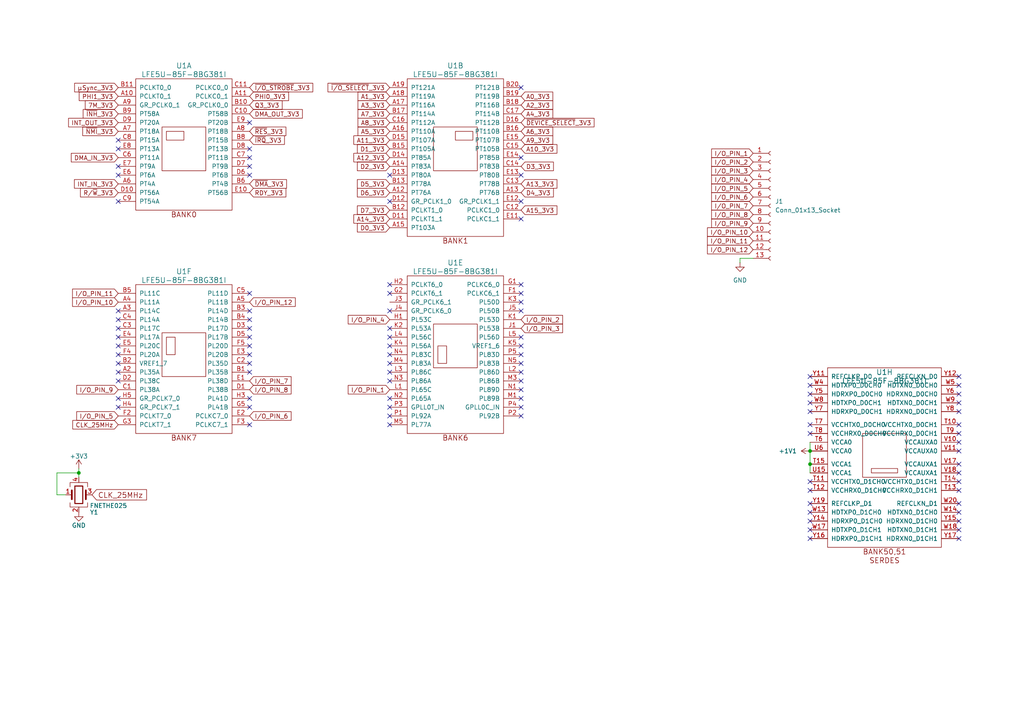
<source format=kicad_sch>
(kicad_sch (version 20250114) (generator "eeschema") (generator_version "9.0")
  (paper "A4")
  (title_block (title "Byte Hamr - Apple II FPGA Peripheral Card") (date "2025-11-30") (rev "1.0.0"))
  (lib_symbols
    (symbol "Connector:Conn_01x13_Socket" (pin_names (offset 1.016) (hide yes))
      (property "Reference" "J" (at 0 17.78 0))
      (property "Value" "Conn_01x13_Socket" (at 0 -17.78 0))
      (symbol "Conn_01x13_Socket_1_1"
        (pin passive line (at -5.08 15.24 0) (length 3.81) (name "Pin_1") (number "1"))
        (pin passive line (at -5.08 12.7 0) (length 3.81) (name "Pin_2") (number "2"))
        (pin passive line (at -5.08 10.16 0) (length 3.81) (name "Pin_3") (number "3"))
        (pin passive line (at -5.08 7.62 0) (length 3.81) (name "Pin_4") (number "4"))
        (pin passive line (at -5.08 5.08 0) (length 3.81) (name "Pin_5") (number "5"))
        (pin passive line (at -5.08 2.54 0) (length 3.81) (name "Pin_6") (number "6"))
        (pin passive line (at -5.08 0 0) (length 3.81) (name "Pin_7") (number "7"))
        (pin passive line (at -5.08 -2.54 0) (length 3.81) (name "Pin_8") (number "8"))
        (pin passive line (at -5.08 -5.08 0) (length 3.81) (name "Pin_9") (number "9"))
        (pin passive line (at -5.08 -7.62 0) (length 3.81) (name "Pin_10") (number "10"))
        (pin passive line (at -5.08 -10.16 0) (length 3.81) (name "Pin_11") (number "11"))
        (pin passive line (at -5.08 -12.7 0) (length 3.81) (name "Pin_12") (number "12"))
        (pin passive line (at -5.08 -15.24 0) (length 3.81) (name "Pin_13") (number "13"))
      )
    )
    (symbol "Device:Crystal_GND24" (pin_names (offset 1.016) (hide yes))
      (property "Reference" "Y" (at 3.175 5.08 0))
      (property "Value" "Crystal_GND24" (at 3.175 3.175 0))
      (symbol "Crystal_GND24_1_1"
        (pin passive line (at -3.81 0 0) (length 1.27) (name "1") (number "1"))
        (pin passive line (at 0 5.08 270) (length 1.27) (name "2") (number "2"))
        (pin passive line (at 0 -5.08 90) (length 1.27) (name "4") (number "4"))
        (pin passive line (at 3.81 0 180) (length 1.27) (name "3") (number "3"))
      )
    )
    (symbol "lfe5bg381:LFE5UM-85F-6BG381C" (pin_names (offset 1.016))
      (property "Reference" "U" (at 0 24.13 0))
      (property "Value" "LFE5UM-85F-6BG381C" (at 0 21.59 0))
      (symbol "LFE5UM-85F-6BG381C_1_1"
        (text "BANK0" (at 0 -19.05 0) (effects (font (size 1.524 1.524))))
        (pin input line (at -19.05 17.78 0) (length 5.08) (name "PCLKT0_0") (number "B11"))
        (pin input line (at -19.05 15.24 0) (length 5.08) (name "PCLKT0_1") (number "A10"))
        (pin input line (at -19.05 12.7 0) (length 5.08) (name "GR_PCLK0_1") (number "A9"))
        (pin input line (at -19.05 10.16 0) (length 5.08) (name "PT58A") (number "B9"))
        (pin input line (at -19.05 7.62 0) (length 5.08) (name "PT20A") (number "D9"))
        (pin input line (at -19.05 5.08 0) (length 5.08) (name "PT18A") (number "A7"))
        (pin input line (at -19.05 2.54 0) (length 5.08) (name "PT15A") (number "C8"))
        (pin input line (at -19.05 0 0) (length 5.08) (name "PT13A") (number "E8"))
        (pin input line (at -19.05 -2.54 0) (length 5.08) (name "PT11A") (number "C6"))
        (pin input line (at -19.05 -5.08 0) (length 5.08) (name "PT9A") (number "E7"))
        (pin input line (at -19.05 -7.62 0) (length 5.08) (name "PT6A") (number "E6"))
        (pin input line (at -19.05 -10.16 0) (length 5.08) (name "PT4A") (number "A6"))
        (pin input line (at -19.05 -12.7 0) (length 5.08) (name "PT56A") (number "D10"))
        (pin input line (at -19.05 -15.24 0) (length 5.08) (name "PT54A") (number "C9"))
        (pin input line (at 19.05 17.78 180) (length 5.08) (name "PCLKC0_0") (number "C11"))
        (pin input line (at 19.05 15.24 180) (length 5.08) (name "PCLKC0_1") (number "A11"))
        (pin input line (at 19.05 12.7 180) (length 5.08) (name "GR_PCLK0_0") (number "B10"))
        (pin input line (at 19.05 10.16 180) (length 5.08) (name "PT58B") (number "C10"))
        (pin input line (at 19.05 7.62 180) (length 5.08) (name "PT20B") (number "E9"))
        (pin input line (at 19.05 5.08 180) (length 5.08) (name "PT18B") (number "A8"))
        (pin input line (at 19.05 2.54 180) (length 5.08) (name "PT15B") (number "B8"))
        (pin input line (at 19.05 0 180) (length 5.08) (name "PT13B") (number "D8"))
        (pin input line (at 19.05 -2.54 180) (length 5.08) (name "PT11B") (number "C7"))
        (pin input line (at 19.05 -5.08 180) (length 5.08) (name "PT9B") (number "D7"))
        (pin input line (at 19.05 -7.62 180) (length 5.08) (name "PT6B") (number "D6"))
        (pin input line (at 19.05 -10.16 180) (length 5.08) (name "PT4B") (number "B6"))
        (pin input line (at 19.05 -12.7 180) (length 5.08) (name "PT56B") (number "E10"))
      )
      (symbol "LFE5UM-85F-6BG381C_2_0"
        (text "BANK1" (at 0 -26.67 0) (effects (font (size 1.524 1.524))))
      )
      (symbol "LFE5UM-85F-6BG381C_2_1"
        (pin input line (at -19.05 17.78 0) (length 5.08) (name "PT121A") (number "A19"))
        (pin input line (at -19.05 15.24 0) (length 5.08) (name "PT119A") (number "A18"))
        (pin input line (at -19.05 12.7 0) (length 5.08) (name "PT116A") (number "A17"))
        (pin input line (at -19.05 10.16 0) (length 5.08) (name "PT114A") (number "B17"))
        (pin input line (at -19.05 7.62 0) (length 5.08) (name "PT112A") (number "C16"))
        (pin input line (at -19.05 5.08 0) (length 5.08) (name "PT110A") (number "A16"))
        (pin input line (at -19.05 2.54 0) (length 5.08) (name "PT107A") (number "D15"))
        (pin input line (at -19.05 0 0) (length 5.08) (name "PT105A") (number "B15"))
        (pin input line (at -19.05 -2.54 0) (length 5.08) (name "PT85A") (number "D14"))
        (pin input line (at -19.05 -5.08 0) (length 5.08) (name "PT83A") (number "A14"))
        (pin input line (at -19.05 -7.62 0) (length 5.08) (name "PT80A") (number "D13"))
        (pin input line (at -19.05 -10.16 0) (length 5.08) (name "PT78A") (number "B13"))
        (pin input line (at -19.05 -12.7 0) (length 5.08) (name "PT76A") (number "A12"))
        (pin input line (at -19.05 -15.24 0) (length 5.08) (name "GR_PCLK1_0") (number "D12"))
        (pin input line (at -19.05 -17.78 0) (length 5.08) (name "PCLKT1_0") (number "B12"))
        (pin input line (at -19.05 -20.32 0) (length 5.08) (name "PCLKT1_1") (number "D11"))
        (pin input line (at -19.05 -22.86 0) (length 5.08) (name "PT103A") (number "A15"))
        (pin input line (at 19.05 17.78 180) (length 5.08) (name "PT121B") (number "B20"))
        (pin input line (at 19.05 15.24 180) (length 5.08) (name "PT119B") (number "B19"))
        (pin input line (at 19.05 12.7 180) (length 5.08) (name "PT116B") (number "B18"))
        (pin input line (at 19.05 10.16 180) (length 5.08) (name "PT114B") (number "C17"))
        (pin input line (at 19.05 7.62 180) (length 5.08) (name "PT112B") (number "D16"))
        (pin input line (at 19.05 5.08 180) (length 5.08) (name "PT110B") (number "B16"))
        (pin input line (at 19.05 2.54 180) (length 5.08) (name "PT107B") (number "E15"))
        (pin input line (at 19.05 0 180) (length 5.08) (name "PT105B") (number "C15"))
        (pin input line (at 19.05 -2.54 180) (length 5.08) (name "PT85B") (number "E14"))
        (pin input line (at 19.05 -5.08 180) (length 5.08) (name "PT83B") (number "C14"))
        (pin input line (at 19.05 -7.62 180) (length 5.08) (name "PT80B") (number "E13"))
        (pin input line (at 19.05 -10.16 180) (length 5.08) (name "PT78B") (number "C13"))
        (pin input line (at 19.05 -12.7 180) (length 5.08) (name "PT76B") (number "A13"))
        (pin input line (at 19.05 -15.24 180) (length 5.08) (name "GR_PCLK1_1") (number "E12"))
        (pin input line (at 19.05 -17.78 180) (length 5.08) (name "PCLKC1_0") (number "C12"))
        (pin input line (at 19.05 -20.32 180) (length 5.08) (name "PCLKC1_1") (number "E11"))
      )
      (symbol "LFE5UM-85F-6BG381C_3_0"
        (text "BANK2" (at 0 -26.67 0) (effects (font (size 1.524 1.524))))
      )
      (symbol "LFE5UM-85F-6BG381C_3_1"
        (pin input line (at -19.05 17.78 0) (length 5.08) (name "PCLKT2_0") (number "J20"))
        (pin input line (at -19.05 15.24 0) (length 5.08) (name "PCLKT2_1") (number "J19"))
        (pin input line (at -19.05 12.7 0) (length 5.08) (name "GR_PCLK2_0") (number "J18"))
        (pin input line (at -19.05 10.16 0) (length 5.08) (name "GR_PCLK2_1") (number "G19"))
        (pin input line (at -19.05 7.62 0) (length 5.08) (name "PR38C") (number "F20"))
        (pin input line (at -19.05 5.08 0) (length 5.08) (name "PR38A") (number "E20"))
        (pin input line (at -19.05 2.54 0) (length 5.08) (name "VREF1_2") (number "D20"))
        (pin input line (at -19.05 0 0) (length 5.08) (name "PR35A") (number "C20"))
        (pin input line (at -19.05 -2.54 0) (length 5.08) (name "PR20C") (number "J17"))
        (pin input line (at -19.05 -5.08 0) (length 5.08) (name "PR20A") (number "H18"))
        (pin input line (at -19.05 -7.62 0) (length 5.08) (name "PR17C") (number "G16"))
        (pin input line (at -19.05 -10.16 0) (length 5.08) (name "PR17A") (number "F17"))
        (pin input line (at -19.05 -12.7 0) (length 5.08) (name "PR14C") (number "E18"))
        (pin input line (at -19.05 -15.24 0) (length 5.08) (name "PR14A") (number "D18"))
        (pin input line (at -19.05 -17.78 0) (length 5.08) (name "PR11C") (number "E16"))
        (pin input line (at -19.05 -20.32 0) (length 5.08) (name "PR11A") (number "C18"))
        (pin input line (at -19.05 -22.86 0) (length 5.08) (name "PR29A") (number "K16"))
        (pin input line (at 19.05 17.78 180) (length 5.08) (name "PCLKC2_0") (number "K20"))
        (pin input line (at 19.05 15.24 180) (length 5.08) (name "PCLKC2_1") (number "K19"))
        (pin input line (at 19.05 12.7 180) (length 5.08) (name "PR41D") (number "K18"))
        (pin input line (at 19.05 10.16 180) (length 5.08) (name "PR41B") (number "H20"))
        (pin input line (at 19.05 7.62 180) (length 5.08) (name "PR38D") (number "G20"))
        (pin input line (at 19.05 5.08 180) (length 5.08) (name "PR38B") (number "F19"))
        (pin input line (at 19.05 2.54 180) (length 5.08) (name "PR35D") (number "E19"))
        (pin input line (at 19.05 0 180) (length 5.08) (name "PR35B") (number "D19"))
        (pin input line (at 19.05 -2.54 180) (length 5.08) (name "PR20D") (number "J16"))
        (pin input line (at 19.05 -5.08 180) (length 5.08) (name "PR20B") (number "H17"))
        (pin input line (at 19.05 -7.62 180) (length 5.08) (name "PR17D") (number "H16"))
        (pin input line (at 19.05 -10.16 180) (length 5.08) (name "PR17B") (number "G18"))
        (pin input line (at 19.05 -12.7 180) (length 5.08) (name "PR14D") (number "F18"))
        (pin input line (at 19.05 -15.24 180) (length 5.08) (name "PR14B") (number "E17"))
        (pin input line (at 19.05 -17.78 180) (length 5.08) (name "PR11D") (number "F16"))
        (pin input line (at 19.05 -20.32 180) (length 5.08) (name "PR11B") (number "D17"))
        (pin input line (at 19.05 -22.86 180) (length 5.08) (name "PR29B") (number "K17"))
      )
      (symbol "LFE5UM-85F-6BG381C_4_0"
        (text "BANK3" (at 0 -26.67 0) (effects (font (size 1.524 1.524))))
      )
      (symbol "LFE5UM-85F-6BG381C_4_1"
        (pin input line (at -19.05 17.78 0) (length 5.08) (name "GPLL0T_IN") (number "U16"))
        (pin input line (at -19.05 15.24 0) (length 5.08) (name "PR92A") (number "U18"))
        (pin input line (at -19.05 12.7 0) (length 5.08) (name "PR89C") (number "U19"))
        (pin input line (at -19.05 10.16 0) (length 5.08) (name "PR89A") (number "T19"))
        (pin input line (at -19.05 7.62 0) (length 5.08) (name "PR86C") (number "T20"))
        (pin input line (at -19.05 5.08 0) (length 5.08) (name "PR86A") (number "P20"))
        (pin input line (at -19.05 2.54 0) (length 5.08) (name "PR83C") (number "P19"))
        (pin input line (at -19.05 0 0) (length 5.08) (name "PR83A") (number "N19"))
        (pin input line (at -19.05 -2.54 0) (length 5.08) (name "PR56C") (number "R16"))
        (pin input line (at -19.05 -5.08 0) (length 5.08) (name "PR56A") (number "N17"))
        (pin input line (at -19.05 -7.62 0) (length 5.08) (name "PR53C") (number "N18"))
        (pin input line (at -19.05 -10.16 0) (length 5.08) (name "PR53A") (number "N16"))
        (pin input line (at -19.05 -12.7 0) (length 5.08) (name "GR_PCLK3_1") (number "L18"))
        (pin input line (at -19.05 -15.24 0) (length 5.08) (name "GR_PCLK3_0") (number "L16"))
        (pin input line (at -19.05 -17.78 0) (length 5.08) (name "PCLKT3_0") (number "L19"))
        (pin input line (at -19.05 -20.32 0) (length 5.08) (name "PCLKT3_1") (number "L20"))
        (pin input line (at -19.05 -22.86 0) (length 5.08) (name "PR77A") (number "T16"))
        (pin input line (at 19.05 17.78 180) (length 5.08) (name "GPLL0C_IN") (number "T17"))
        (pin input line (at 19.05 15.24 180) (length 5.08) (name "PR92B") (number "U17"))
        (pin input line (at 19.05 12.7 180) (length 5.08) (name "PR89D") (number "T18"))
        (pin input line (at 19.05 10.16 180) (length 5.08) (name "PR89B") (number "R18"))
        (pin input line (at 19.05 7.62 180) (length 5.08) (name "PR86D") (number "U20"))
        (pin input line (at 19.05 5.08 180) (length 5.08) (name "PR86B") (number "R20"))
        (pin input line (at 19.05 2.54 180) (length 5.08) (name "PR83D") (number "P18"))
        (pin input line (at 19.05 0 180) (length 5.08) (name "PR83B") (number "N20"))
        (pin input line (at 19.05 -2.54 180) (length 5.08) (name "PR56D") (number "R17"))
        (pin input line (at 19.05 -5.08 180) (length 5.08) (name "VREF1_3") (number "P16"))
        (pin input line (at 19.05 -7.62 180) (length 5.08) (name "PR53D") (number "P17"))
        (pin input line (at 19.05 -10.16 180) (length 5.08) (name "PR53B") (number "M17"))
        (pin input line (at 19.05 -12.7 180) (length 5.08) (name "PR50D") (number "M18"))
        (pin input line (at 19.05 -15.24 180) (length 5.08) (name "PR50B") (number "L17"))
        (pin input line (at 19.05 -17.78 180) (length 5.08) (name "PCLKC3_0") (number "M19"))
        (pin input line (at 19.05 -20.32 180) (length 5.08) (name "PCLKC3_1") (number "M20"))
      )
      (symbol "LFE5UM-85F-6BG381C_5_0"
        (text "BANK6" (at 0 -26.67 0) (effects (font (size 1.524 1.524))))
      )
      (symbol "LFE5UM-85F-6BG381C_5_1"
        (pin input line (at -19.05 17.78 0) (length 5.08) (name "PCLKT6_0") (number "H2"))
        (pin input line (at -19.05 15.24 0) (length 5.08) (name "PCLKT6_1") (number "G2"))
        (pin input line (at -19.05 12.7 0) (length 5.08) (name "GR_PCLK6_1") (number "J3"))
        (pin input line (at -19.05 10.16 0) (length 5.08) (name "GR_PCLK6_0") (number "J4"))
        (pin input line (at -19.05 7.62 0) (length 5.08) (name "PL53C") (number "H1"))
        (pin input line (at -19.05 5.08 0) (length 5.08) (name "PL53A") (number "K2"))
        (pin input line (at -19.05 2.54 0) (length 5.08) (name "PL56C") (number "L4"))
        (pin input line (at -19.05 0 0) (length 5.08) (name "PL56A") (number "K4"))
        (pin input line (at -19.05 -2.54 0) (length 5.08) (name "PL83C") (number "N4"))
        (pin input line (at -19.05 -5.08 0) (length 5.08) (name "PL83A") (number "M4"))
        (pin input line (at -19.05 -7.62 0) (length 5.08) (name "PL86C") (number "L3"))
        (pin input line (at -19.05 -10.16 0) (length 5.08) (name "PL86A") (number "N3"))
        (pin input line (at -19.05 -12.7 0) (length 5.08) (name "PL65C") (number "L1"))
        (pin input line (at -19.05 -15.24 0) (length 5.08) (name "PL65A") (number "N2"))
        (pin input line (at -19.05 -17.78 0) (length 5.08) (name "GPLL0T_IN") (number "P3"))
        (pin input line (at -19.05 -20.32 0) (length 5.08) (name "PL92A") (number "P1"))
        (pin input line (at -19.05 -22.86 0) (length 5.08) (name "PL77A") (number "M5"))
        (pin input line (at 19.05 17.78 180) (length 5.08) (name "PCLKC6_0") (number "G1"))
        (pin input line (at 19.05 15.24 180) (length 5.08) (name "PCLKC6_1") (number "F1"))
        (pin input line (at 19.05 12.7 180) (length 5.08) (name "PL50D") (number "K3"))
        (pin input line (at 19.05 10.16 180) (length 5.08) (name "PL50B") (number "J5"))
        (pin input line (at 19.05 7.62 180) (length 5.08) (name "PL53D") (number "K1"))
        (pin input line (at 19.05 5.08 180) (length 5.08) (name "PL53B") (number "J1"))
        (pin input line (at 19.05 2.54 180) (length 5.08) (name "PL56D") (number "L5"))
        (pin input line (at 19.05 0 180) (length 5.08) (name "VREF1_6") (number "K5"))
        (pin input line (at 19.05 -2.54 180) (length 5.08) (name "PL83D") (number "P5"))
        (pin input line (at 19.05 -5.08 180) (length 5.08) (name "PL83B") (number "N5"))
        (pin input line (at 19.05 -7.62 180) (length 5.08) (name "PL86D") (number "L2"))
        (pin input line (at 19.05 -10.16 180) (length 5.08) (name "PL86B") (number "M3"))
        (pin input line (at 19.05 -12.7 180) (length 5.08) (name "PL89D") (number "N1"))
        (pin input line (at 19.05 -15.24 180) (length 5.08) (name "PL89B") (number "M1"))
        (pin input line (at 19.05 -17.78 180) (length 5.08) (name "GPLL0C_IN") (number "P4"))
        (pin input line (at 19.05 -20.32 180) (length 5.08) (name "PL92B") (number "P2"))
      )
      (symbol "LFE5UM-85F-6BG381C_6_0"
        (text "BANK7" (at 0 -24.13 0) (effects (font (size 1.524 1.524))))
      )
      (symbol "LFE5UM-85F-6BG381C_6_1"
        (pin input line (at -19.05 17.78 0) (length 5.08) (name "PL11C") (number "B5"))
        (pin input line (at -19.05 15.24 0) (length 5.08) (name "PL11A") (number "A4"))
        (pin input line (at -19.05 12.7 0) (length 5.08) (name "PL14C") (number "A3"))
        (pin input line (at -19.05 10.16 0) (length 5.08) (name "PL14A") (number "C4"))
        (pin input line (at -19.05 7.62 0) (length 5.08) (name "PL17C") (number "C3"))
        (pin input line (at -19.05 5.08 0) (length 5.08) (name "PL17A") (number "E4"))
        (pin input line (at -19.05 2.54 0) (length 5.08) (name "PL20C") (number "E5"))
        (pin input line (at -19.05 0 0) (length 5.08) (name "PL20A") (number "F4"))
        (pin input line (at -19.05 -2.54 0) (length 5.08) (name "VREF1_7") (number "B2"))
        (pin input line (at -19.05 -5.08 0) (length 5.08) (name "PL35A") (number "A2"))
        (pin input line (at -19.05 -7.62 0) (length 5.08) (name "PL38C") (number "D2"))
        (pin input line (at -19.05 -10.16 0) (length 5.08) (name "PL38A") (number "C1"))
        (pin input line (at -19.05 -12.7 0) (length 5.08) (name "GR_PCLK7_0") (number "H5"))
        (pin input line (at -19.05 -15.24 0) (length 5.08) (name "GR_PCLK7_1") (number "H4"))
        (pin input line (at -19.05 -17.78 0) (length 5.08) (name "PCLKT7_0") (number "F2"))
        (pin input line (at -19.05 -20.32 0) (length 5.08) (name "PCLKT7_1") (number "G3"))
        (pin input line (at 19.05 17.78 180) (length 5.08) (name "PL11D") (number "C5"))
        (pin input line (at 19.05 15.24 180) (length 5.08) (name "PL11B") (number "A5"))
        (pin input line (at 19.05 12.7 180) (length 5.08) (name "PL14D") (number "B3"))
        (pin input line (at 19.05 10.16 180) (length 5.08) (name "PL14B") (number "B4"))
        (pin input line (at 19.05 7.62 180) (length 5.08) (name "PL17D") (number "D3"))
        (pin input line (at 19.05 5.08 180) (length 5.08) (name "PL17B") (number "D5"))
        (pin input line (at 19.05 2.54 180) (length 5.08) (name "PL20D") (number "F5"))
        (pin input line (at 19.05 0 180) (length 5.08) (name "PL20B") (number "E3"))
        (pin input line (at 19.05 -2.54 180) (length 5.08) (name "PL35D") (number "C2"))
        (pin input line (at 19.05 -5.08 180) (length 5.08) (name "PL35B") (number "B1"))
        (pin input line (at 19.05 -7.62 180) (length 5.08) (name "PL38D") (number "E1"))
        (pin input line (at 19.05 -10.16 180) (length 5.08) (name "PL38B") (number "D1"))
        (pin input line (at 19.05 -12.7 180) (length 5.08) (name "PL41D") (number "H3"))
        (pin input line (at 19.05 -15.24 180) (length 5.08) (name "PL41B") (number "G5"))
        (pin input line (at 19.05 -17.78 180) (length 5.08) (name "PCLKC7_0") (number "E2"))
        (pin input line (at 19.05 -20.32 180) (length 5.08) (name "PCLKC7_1") (number "F3"))
      )
      (symbol "LFE5UM-85F-6BG381C_7_0"
        (text "BANK8" (at 0 -24.13 0) (effects (font (size 1.524 1.524))))
      )
      (symbol "LFE5UM-85F-6BG381C_7_1"
        (pin input line (at -19.05 17.78 0) (length 5.08) (name "D7") (number "R1"))
        (pin input line (at -19.05 15.24 0) (length 5.08) (name "D5/MISO2") (number "U1"))
        (pin input line (at -19.05 12.7 0) (length 5.08) (name "D3/HOLDn") (number "W1"))
        (pin input line (at -19.05 10.16 0) (length 5.08) (name "D1/MISO") (number "V2"))
        (pin input line (at -19.05 7.62 0) (length 5.08) (name "SN/CSn") (number "T2"))
        (pin input line (at -19.05 5.08 0) (length 5.08) (name "CSSPIN") (number "R2"))
        (pin input line (at -19.05 2.54 0) (length 5.08) (name "INITn") (number "V3"))
        (pin input line (at -19.05 0 0) (length 5.08) (name "PROGRAMn") (number "W3"))
        (pin input line (at -19.05 -2.54 0) (length 5.08) (name "WRITEn") (number "T3"))
        (pin input line (at -19.05 -5.08 0) (length 5.08) (name "CCLK") (number "U3"))
        (pin input line (at -19.05 -7.62 0) (length 5.08) (name "DONE") (number "Y3"))
        (pin input line (at -19.05 -10.16 0) (length 5.08) (name "CFG_2") (number "R4"))
        (pin input line (at -19.05 -12.7 0) (length 5.08) (name "CFG_1") (number "T4"))
        (pin input line (at -19.05 -15.24 0) (length 5.08) (name "CFG_0") (number "U4"))
        (pin input line (at 19.05 17.78 180) (length 5.08) (name "D6") (number "T1"))
        (pin input line (at 19.05 15.24 180) (length 5.08) (name "D4/MOSI2") (number "V1"))
        (pin input line (at 19.05 12.7 180) (length 5.08) (name "D2/WPn") (number "Y2"))
        (pin input line (at 19.05 10.16 180) (length 5.08) (name "D0/MOSI") (number "W2"))
        (pin input line (at 19.05 7.62 180) (length 5.08) (name "CS1n") (number "U2"))
        (pin input line (at 19.05 5.08 180) (length 5.08) (name "DOUT/CSOn") (number "R3"))
      )
      (symbol "LFE5UM-85F-6BG381C_8_0"
        (text "BANK50,51" (at 0 -27.94 0) (effects (font (size 1.524 1.524))))
        (text "SERDES" (at 0 -30.48 0) (effects (font (size 1.524 1.524))))
      )
      (symbol "LFE5UM-85F-6BG381C_8_1"
        (pin input line (at -21.59 22.86 0) (length 5.08) (name "REFCLKP_D0") (number "Y11"))
        (pin input line (at -21.59 20.32 0) (length 5.08) (name "HDTXP0_D0CH0") (number "W4"))
        (pin input line (at -21.59 17.78 0) (length 5.08) (name "HDRXP0_D0CH0") (number "Y5"))
        (pin input line (at -21.59 15.24 0) (length 5.08) (name "HDTXP0_D0CH1") (number "W8"))
        (pin input line (at -21.59 12.7 0) (length 5.08) (name "HDRXP0_D0CH1") (number "Y7"))
        (pin input line (at -21.59 8.89 0) (length 5.08) (name "VCCHTX0_D0CH0") (number "T7"))
        (pin input line (at -21.59 6.35 0) (length 5.08) (name "VCCHRX0_D0CH0") (number "T8"))
        (pin input line (at -21.59 3.81 0) (length 5.08) (name "VCCA0") (number "T6"))
        (pin input line (at -21.59 1.27 0) (length 5.08) (name "VCCA0") (number "U6"))
        (pin input line (at -21.59 -2.54 0) (length 5.08) (name "VCCA1") (number "T15"))
        (pin input line (at -21.59 -5.08 0) (length 5.08) (name "VCCA1") (number "U15"))
        (pin input line (at -21.59 -7.62 0) (length 5.08) (name "VCCHTX0_D1CH0") (number "T11"))
        (pin input line (at -21.59 -10.16 0) (length 5.08) (name "VCCHRX0_D1CH0") (number "T12"))
        (pin input line (at -21.59 -13.97 0) (length 5.08) (name "REFCLKP_D1") (number "Y19"))
        (pin input line (at -21.59 -16.51 0) (length 5.08) (name "HDTXP0_D1CH0") (number "W13"))
        (pin input line (at -21.59 -19.05 0) (length 5.08) (name "HDRXP0_D1CH0") (number "Y14"))
        (pin input line (at -21.59 -21.59 0) (length 5.08) (name "HDTXP0_D1CH1") (number "W17"))
        (pin input line (at -21.59 -24.13 0) (length 5.08) (name "HDRXP0_D1CH1") (number "Y16"))
        (pin input line (at 21.59 22.86 180) (length 5.08) (name "REFCLKN_D0") (number "Y12"))
        (pin input line (at 21.59 20.32 180) (length 5.08) (name "HDTXN0_D0CH0") (number "W5"))
        (pin input line (at 21.59 17.78 180) (length 5.08) (name "HDRXN0_D0CH0") (number "Y6"))
        (pin input line (at 21.59 15.24 180) (length 5.08) (name "HDTXN0_D0CH1") (number "W9"))
        (pin input line (at 21.59 12.7 180) (length 5.08) (name "HDRXN0_D0CH1") (number "Y8"))
        (pin input line (at 21.59 8.89 180) (length 5.08) (name "VCCHTX0_D0CH1") (number "T10"))
        (pin input line (at 21.59 6.35 180) (length 5.08) (name "VCCHRX0_D0CH1") (number "T9"))
        (pin input line (at 21.59 3.81 180) (length 5.08) (name "VCCAUXA0") (number "V10"))
        (pin input line (at 21.59 1.27 180) (length 5.08) (name "VCCAUXA0") (number "V11"))
        (pin input line (at 21.59 -2.54 180) (length 5.08) (name "VCCAUXA1") (number "V17"))
        (pin input line (at 21.59 -5.08 180) (length 5.08) (name "VCCAUXA1") (number "V18"))
        (pin input line (at 21.59 -7.62 180) (length 5.08) (name "VCCHTX0_D1CH1") (number "T14"))
        (pin input line (at 21.59 -10.16 180) (length 5.08) (name "VCCHRX0_D1CH1") (number "T13"))
        (pin input line (at 21.59 -13.97 180) (length 5.08) (name "REFCLKN_D1") (number "W20"))
        (pin input line (at 21.59 -16.51 180) (length 5.08) (name "HDTXN0_D1CH0") (number "W14"))
        (pin input line (at 21.59 -19.05 180) (length 5.08) (name "HDRXN0_D1CH0") (number "Y15"))
        (pin input line (at 21.59 -21.59 180) (length 5.08) (name "HDTXN0_D1CH1") (number "W18"))
        (pin input line (at 21.59 -24.13 180) (length 5.08) (name "HDRXN0_D1CH1") (number "Y17"))
      )
      (symbol "LFE5UM-85F-6BG381C_9_1"
        (text "POWER" (at 0 3.81 0) (effects (font (size 1.524 1.524))))
        (pin input line (at -106.68 16.51 270) (length 5.08) (name "VCC") (number "H13"))
        (pin input line (at -104.14 16.51 270) (length 5.08) (name "VCC") (number "J13"))
        (pin input line (at -101.6 16.51 270) (length 5.08) (name "VCC") (number "K13"))
        (pin input line (at -99.06 16.51 270) (length 5.08) (name "VCC") (number "L13"))
        (pin input line (at -97.79 -17.78 90) (length 5.08) (name "GND") (number "C19"))
        (pin input line (at -96.52 16.51 270) (length 5.08) (name "VCC") (number "M13"))
        (pin input line (at -95.25 -17.78 90) (length 5.08) (name "GND") (number "H19"))
        (pin input line (at -93.98 16.51 270) (length 5.08) (name "VCC") (number "N13"))
        (pin input line (at -92.71 -17.78 90) (length 5.08) (name "GND") (number "R19"))
        (pin input line (at -91.44 16.51 270) (length 5.08) (name "VCC") (number "H12"))
        (pin input line (at -90.17 -17.78 90) (length 5.08) (name "GND") (number "G17"))
        (pin input line (at -88.9 16.51 270) (length 5.08) (name "VCC") (number "N12"))
        (pin input line (at -87.63 -17.78 90) (length 5.08) (name "GND") (number "M16"))
        (pin input line (at -86.36 16.51 270) (length 5.08) (name "VCC") (number "H11"))
        (pin input line (at -85.09 -17.78 90) (length 5.08) (name "GND") (number "G15"))
        (pin input line (at -83.82 16.51 270) (length 5.08) (name "VCC") (number "N11"))
        (pin input line (at -82.55 -17.78 90) (length 5.08) (name "GND") (number "K15"))
        (pin input line (at -81.28 16.51 270) (length 5.08) (name "VCC") (number "H10"))
        (pin input line (at -80.01 -17.78 90) (length 5.08) (name "GND") (number "N15"))
        (pin input line (at -78.74 16.51 270) (length 5.08) (name "VCC") (number "N10"))
        (pin input line (at -77.47 -17.78 90) (length 5.08) (name "GND") (number "B14"))
        (pin input line (at -76.2 16.51 270) (length 5.08) (name "VCC") (number "H9"))
        (pin input line (at -74.93 -17.78 90) (length 5.08) (name "GND") (number "F14"))
        (pin input line (at -73.66 16.51 270) (length 5.08) (name "VCC") (number "N9"))
        (pin input line (at -72.39 -17.78 90) (length 5.08) (name "GND") (number "G14"))
        (pin input line (at -71.12 16.51 270) (length 5.08) (name "VCC") (number "H8"))
        (pin input line (at -69.85 -17.78 90) (length 5.08) (name "GND") (number "J14"))
        (pin input line (at -68.58 16.51 270) (length 5.08) (name "VCC") (number "J8"))
        (pin input line (at -67.31 -17.78 90) (length 5.08) (name "GND") (number "K14"))
        (pin input line (at -66.04 16.51 270) (length 5.08) (name "VCC") (number "K8"))
        (pin input line (at -64.77 -17.78 90) (length 5.08) (name "GND") (number "M14"))
        (pin input line (at -63.5 16.51 270) (length 5.08) (name "VCC") (number "L8"))
        (pin input line (at -62.23 -17.78 90) (length 5.08) (name "GND") (number "N14"))
        (pin input line (at -60.96 16.51 270) (length 5.08) (name "VCC") (number "M8"))
        (pin input line (at -59.69 -17.78 90) (length 5.08) (name "GND") (number "P14"))
        (pin input line (at -58.42 16.51 270) (length 5.08) (name "VCC") (number "N8"))
        (pin input line (at -57.15 -17.78 90) (length 5.08) (name "GND") (number "F13"))
        (pin input line (at -54.61 -17.78 90) (length 5.08) (name "GND") (number "G13"))
        (pin input line (at -53.34 16.51 270) (length 5.08) (name "VCCAUX") (number "F15"))
        (pin input line (at -52.07 -17.78 90) (length 5.08) (name "GND") (number "P13"))
        (pin input line (at -50.8 16.51 270) (length 5.08) (name "VCCAUX") (number "P15"))
        (pin input line (at -49.53 -17.78 90) (length 5.08) (name "GND") (number "G12"))
        (pin input line (at -48.26 16.51 270) (length 5.08) (name "VCCAUX") (number "F6"))
        (pin input line (at -46.99 -17.78 90) (length 5.08) (name "GND") (number "J12"))
        (pin input line (at -45.72 16.51 270) (length 5.08) (name "VCCAUX") (number "P6"))
        (pin input line (at -44.45 -17.78 90) (length 5.08) (name "GND") (number "K12"))
        (pin input line (at -41.91 -17.78 90) (length 5.08) (name "GND") (number "L12"))
        (pin input line (at -40.64 16.51 270) (length 5.08) (name "VCCio0") (number "F10"))
        (pin input line (at -39.37 -17.78 90) (length 5.08) (name "GND") (number "M12"))
        (pin input line (at -38.1 16.51 270) (length 5.08) (name "VCCio0") (number "F9"))
        (pin input line (at -36.83 -17.78 90) (length 5.08) (name "GND") (number "P12"))
        (pin input line (at -34.29 -17.78 90) (length 5.08) (name "GND") (number "G11"))
        (pin input line (at -33.02 16.51 270) (length 5.08) (name "VCCio1") (number "F12"))
        (pin input line (at -31.75 -17.78 90) (length 5.08) (name "GND") (number "J11"))
        (pin input line (at -30.48 16.51 270) (length 5.08) (name "VCCio1") (number "F11"))
        (pin input line (at -29.21 -17.78 90) (length 5.08) (name "GND") (number "K11"))
        (pin input line (at -26.67 -17.78 90) (length 5.08) (name "GND") (number "L11"))
        (pin input line (at -25.4 16.51 270) (length 5.08) (name "VCCio2") (number "H15"))
        (pin input line (at -24.13 -17.78 90) (length 5.08) (name "GND") (number "M11"))
        (pin input line (at -22.86 16.51 270) (length 5.08) (name "VCCio2") (number "J15"))
        (pin input line (at -21.59 -17.78 90) (length 5.08) (name "GND") (number "P11"))
        (pin input line (at -20.32 16.51 270) (length 5.08) (name "VCCio2") (number "H14"))
        (pin input line (at -19.05 -17.78 90) (length 5.08) (name "GND") (number "G10"))
        (pin input line (at -16.51 -17.78 90) (length 5.08) (name "GND") (number "J10"))
        (pin input line (at -15.24 16.51 270) (length 5.08) (name "VCCio3") (number "L15"))
        (pin input line (at -13.97 -17.78 90) (length 5.08) (name "GND") (number "K10"))
        (pin input line (at -12.7 16.51 270) (length 5.08) (name "VCCio3") (number "M15"))
        (pin input line (at -11.43 -17.78 90) (length 5.08) (name "GND") (number "L10"))
        (pin input line (at -10.16 16.51 270) (length 5.08) (name "VCCio3") (number "L14"))
        (pin input line (at -8.89 -17.78 90) (length 5.08) (name "GND") (number "M10"))
        (pin input line (at -6.35 -17.78 90) (length 5.08) (name "GND") (number "G9"))
        (pin input line (at -3.81 -17.78 90) (length 5.08) (name "GND") (number "J9"))
        (pin input line (at -1.27 -17.78 90) (length 5.08) (name "GND") (number "K9"))
        (pin input line (at 1.27 -17.78 90) (length 5.08) (name "GND") (number "L9"))
        (pin input line (at 3.81 -17.78 90) (length 5.08) (name "GND") (number "M9"))
        (pin input line (at 6.35 -17.78 90) (length 5.08) (name "GND") (number "F8"))
        (pin input line (at 8.89 -17.78 90) (length 5.08) (name "GND") (number "G8"))
        (pin input line (at 11.43 -17.78 90) (length 5.08) (name "GND") (number "P8"))
        (pin input line (at 13.97 -17.78 90) (length 5.08) (name "GND") (number "B7"))
        (pin input line (at 16.51 16.51 270) (length 5.08) (name "VCCio6") (number "L7"))
        (pin input line (at 16.51 -17.78 90) (length 5.08) (name "GND") (number "F7"))
        (pin input line (at 19.05 16.51 270) (length 5.08) (name "VCCio6") (number "L6"))
        (pin input line (at 19.05 -17.78 90) (length 5.08) (name "GND") (number "G7"))
        (pin input line (at 21.59 16.51 270) (length 5.08) (name "VCCio6") (number "M6"))
        (pin input line (at 21.59 -17.78 90) (length 5.08) (name "GND") (number "J7"))
        (pin input line (at 24.13 -17.78 90) (length 5.08) (name "GND") (number "K7"))
        (pin input line (at 26.67 16.51 270) (length 5.08) (name "VCCio7") (number "H7"))
        (pin input line (at 26.67 -17.78 90) (length 5.08) (name "GND") (number "M7"))
        (pin input line (at 29.21 16.51 270) (length 5.08) (name "VCCio7") (number "H6"))
        (pin input line (at 29.21 -17.78 90) (length 5.08) (name "GND") (number "N7"))
        (pin input line (at 31.75 16.51 270) (length 5.08) (name "VCCio7") (number "J6"))
        (pin input line (at 31.75 -17.78 90) (length 5.08) (name "GND") (number "P7"))
        (pin input line (at 34.29 -17.78 90) (length 5.08) (name "GND") (number "G6"))
        (pin input line (at 36.83 16.51 270) (length 5.08) (name "VCCio8") (number "P10"))
        (pin input line (at 36.83 -17.78 90) (length 5.08) (name "GND") (number "K6"))
        (pin input line (at 39.37 16.51 270) (length 5.08) (name "VCCio8") (number "P9"))
        (pin input line (at 39.37 -17.78 90) (length 5.08) (name "GND") (number "N6"))
        (pin input line (at 41.91 -17.78 90) (length 5.08) (name "GND") (number "D4"))
        (pin input line (at 44.45 -17.78 90) (length 5.08) (name "GND") (number "G4"))
        (pin input line (at 46.99 -17.78 90) (length 5.08) (name "GND") (number "J2"))
        (pin input line (at 49.53 -17.78 90) (length 5.08) (name "GND") (number "M2"))
        (pin input line (at 52.07 -17.78 90) (length 5.08) (name "GND") (number "V7"))
        (pin input line (at 54.61 -17.78 90) (length 5.08) (name "GND") (number "V8"))
        (pin input line (at 57.15 -17.78 90) (length 5.08) (name "GND") (number "V9"))
        (pin input line (at 59.69 -17.78 90) (length 5.08) (name "GND") (number "U7"))
        (pin input line (at 62.23 -17.78 90) (length 5.08) (name "GND") (number "U8"))
        (pin input line (at 64.77 -17.78 90) (length 5.08) (name "GND") (number "U9"))
        (pin input line (at 67.31 -17.78 90) (length 5.08) (name "GND") (number "U10"))
        (pin input line (at 69.85 -17.78 90) (length 5.08) (name "GND") (number "V20"))
        (pin input line (at 72.39 -17.78 90) (length 5.08) (name "GND") (number "V5"))
        (pin input line (at 74.93 -17.78 90) (length 5.08) (name "GND") (number "W6"))
        (pin input line (at 77.47 -17.78 90) (length 5.08) (name "GND") (number "V6"))
        (pin input line (at 80.01 -17.78 90) (length 5.08) (name "GND") (number "W7"))
        (pin input line (at 82.55 -17.78 90) (length 5.08) (name "GND") (number "V15"))
        (pin input line (at 85.09 -17.78 90) (length 5.08) (name "GND") (number "W16"))
        (pin input line (at 87.63 -17.78 90) (length 5.08) (name "GND") (number "V16"))
        (pin input line (at 90.17 -17.78 90) (length 5.08) (name "GND") (number "W19"))
        (pin input line (at 92.71 -17.78 90) (length 5.08) (name "GND") (number "V19"))
        (pin input line (at 95.25 -17.78 90) (length 5.08) (name "GND") (number "V14"))
        (pin input line (at 97.79 -17.78 90) (length 5.08) (name "GND") (number "U14"))
        (pin input line (at 100.33 -17.78 90) (length 5.08) (name "GND") (number "W15"))
        (pin input line (at 102.87 -17.78 90) (length 5.08) (name "GND") (number "U13"))
        (pin input line (at 105.41 -17.78 90) (length 5.08) (name "GND") (number "V13"))
        (pin input line (at 107.95 -17.78 90) (length 5.08) (name "GND") (number "U12"))
        (pin input line (at 110.49 -17.78 90) (length 5.08) (name "GND") (number "V12"))
        (pin input line (at 113.03 -17.78 90) (length 5.08) (name "GND") (number "W12"))
        (pin input line (at 115.57 -17.78 90) (length 5.08) (name "GND") (number "U11"))
      )
      (symbol "LFE5UM-85F-6BG381C_10_0"
        (text "JTAG" (at 0 1.27 0) (effects (font (size 1.524 1.524))))
      )
      (symbol "LFE5UM-85F-6BG381C_10_1"
        (text "PROG" (at 0 -1.27 0) (effects (font (size 1.524 1.524))))
        (pin input line (at -17.78 3.81 0) (length 5.08) (name "TDI") (number "R5"))
        (pin input line (at -17.78 1.27 0) (length 5.08) (name "TDO") (number "V4"))
        (pin input line (at -17.78 -1.27 0) (length 5.08) (name "TCK") (number "T5"))
        (pin input line (at -17.78 -3.81 0) (length 5.08) (name "TMS") (number "U5"))
      )
    )
    (symbol "power:+1V1" (power) (pin_numbers (hide yes)) (pin_names (offset 0) (hide yes))
      (property "Value" "+1V1" (at 0 3.556 0))
      (symbol "+1V1_1_1"
        (pin power_in line (at 0 0 90) (length 0) (name "~") (number "1"))
      )
    )
    (symbol "power:+3V3" (power) (pin_numbers (hide yes)) (pin_names (offset 0) (hide yes))
      (property "Value" "+3V3" (at 0 3.556 0))
      (symbol "+3V3_1_1"
        (pin power_in line (at 0 0 90) (length 0) (name "~") (number "1"))
      )
    )
    (symbol "power:GND" (power) (pin_numbers (hide yes)) (pin_names (offset 0) (hide yes))
      (property "Value" "GND" (at 0 -3.81 0))
      (symbol "GND_1_1"
        (pin power_in line (at 0 0 270) (length 0) (name "~") (number "1"))
      )
    )
  )
  (junction (at 234.95 134.62))
  (junction (at 234.95 130.81))
  (junction (at 22.86 137.16))
  (no_connect (at 234.95 111.76))
  (no_connect (at 151.13 120.65))
  (no_connect (at 113.03 123.19))
  (no_connect (at 72.39 35.56))
  (no_connect (at 113.03 50.8))
  (no_connect (at 113.03 58.42))
  (no_connect (at 234.95 151.13))
  (no_connect (at 151.13 102.87))
  (no_connect (at 34.29 90.17))
  (no_connect (at 278.13 137.16))
  (no_connect (at 151.13 25.4))
  (no_connect (at 34.29 115.57))
  (no_connect (at 278.13 148.59))
  (no_connect (at 234.95 114.3))
  (no_connect (at 234.95 125.73))
  (no_connect (at 278.13 125.73))
  (no_connect (at 113.03 115.57))
  (no_connect (at 151.13 85.09))
  (no_connect (at 234.95 119.38))
  (no_connect (at 113.03 85.09))
  (no_connect (at 34.29 95.25))
  (no_connect (at 34.29 92.71))
  (no_connect (at 113.03 100.33))
  (no_connect (at 72.39 48.26))
  (no_connect (at 151.13 90.17))
  (no_connect (at 151.13 97.79))
  (no_connect (at 234.95 139.7))
  (no_connect (at 72.39 102.87))
  (no_connect (at 34.29 107.95))
  (no_connect (at 34.29 40.64))
  (no_connect (at 278.13 142.24))
  (no_connect (at 34.29 118.11))
  (no_connect (at 278.13 114.3))
  (no_connect (at 34.29 97.79))
  (no_connect (at 234.95 148.59))
  (no_connect (at 72.39 105.41))
  (no_connect (at 278.13 128.27))
  (no_connect (at 151.13 115.57))
  (no_connect (at 278.13 156.21))
  (no_connect (at 72.39 90.17))
  (no_connect (at 234.95 116.84))
  (no_connect (at 34.29 105.41))
  (no_connect (at 113.03 118.11))
  (no_connect (at 113.03 95.25))
  (no_connect (at 234.95 123.19))
  (no_connect (at 151.13 58.42))
  (no_connect (at 72.39 100.33))
  (no_connect (at 34.29 48.26))
  (no_connect (at 113.03 105.41))
  (no_connect (at 34.29 102.87))
  (no_connect (at 113.03 107.95))
  (no_connect (at 278.13 109.22))
  (no_connect (at 151.13 110.49))
  (no_connect (at 113.03 120.65))
  (no_connect (at 72.39 43.18))
  (no_connect (at 278.13 111.76))
  (no_connect (at 151.13 100.33))
  (no_connect (at 151.13 118.11))
  (no_connect (at 34.29 43.18))
  (no_connect (at 278.13 139.7))
  (no_connect (at 151.13 113.03))
  (no_connect (at 278.13 134.62))
  (no_connect (at 113.03 97.79))
  (no_connect (at 113.03 102.87))
  (no_connect (at 151.13 87.63))
  (no_connect (at 278.13 116.84))
  (no_connect (at 72.39 115.57))
  (no_connect (at 72.39 50.8))
  (no_connect (at 234.95 156.21))
  (no_connect (at 34.29 50.8))
  (no_connect (at 151.13 105.41))
  (no_connect (at 72.39 92.71))
  (no_connect (at 72.39 123.19))
  (no_connect (at 278.13 153.67))
  (no_connect (at 72.39 97.79))
  (no_connect (at 234.95 146.05))
  (no_connect (at 151.13 50.8))
  (no_connect (at 72.39 85.09))
  (no_connect (at 278.13 119.38))
  (no_connect (at 234.95 142.24))
  (no_connect (at 151.13 107.95))
  (no_connect (at 278.13 151.13))
  (no_connect (at 72.39 95.25))
  (no_connect (at 151.13 63.5))
  (no_connect (at 151.13 82.55))
  (no_connect (at 278.13 146.05))
  (no_connect (at 34.29 110.49))
  (no_connect (at 72.39 107.95))
  (no_connect (at 234.95 109.22))
  (no_connect (at 151.13 45.72))
  (no_connect (at 278.13 123.19))
  (no_connect (at 234.95 153.67))
  (no_connect (at 113.03 82.55))
  (no_connect (at 34.29 100.33))
  (no_connect (at 113.03 110.49))
  (no_connect (at 72.39 118.11))
  (no_connect (at 113.03 90.17))
  (no_connect (at 278.13 130.81))
  (no_connect (at 72.39 45.72))
  (no_connect (at 34.29 58.42))
  (wire (pts (xy 19.05 143.51) (xy 16.51 143.51)))
  (wire (pts (xy 214.63 74.93) (xy 214.63 76.2)))
  (wire (pts (xy 16.51 137.16) (xy 22.86 137.16)))
  (wire (pts (xy 234.95 128.27) (xy 234.95 130.81)))
  (wire (pts (xy 234.95 130.81) (xy 234.95 134.62)))
  (wire (pts (xy 234.95 134.62) (xy 234.95 137.16)))
  (wire (pts (xy 22.86 137.16) (xy 22.86 138.43)))
  (wire (pts (xy 16.51 137.16) (xy 16.51 143.51)))
  (wire (pts (xy 22.86 135.89) (xy 22.86 137.16)))
  (wire (pts (xy 218.44 74.93) (xy 214.63 74.93)))
  (global_label "A10_3V3" (shape input) (at 151.13 43.18 0) (property "Intersheetrefs" "${INTERSHEET_REFS}" (effects (hide yes))))
  (global_label "I{slash}O_PIN_12" (shape input) (at 218.44 72.39 180) (property "Intersheetrefs" "${INTERSHEET_REFS}" (effects (hide yes))))
  (global_label "~{DMA}_3V3" (shape input) (at 72.39 53.34 0) (property "Intersheetrefs" "${INTERSHEET_REFS}" (effects (hide yes))))
  (global_label "~{RES}_3V3" (shape input) (at 72.39 38.1 0) (property "Intersheetrefs" "${INTERSHEET_REFS}" (effects (hide yes))))
  (global_label "Q3_3V3" (shape input) (at 72.39 30.48 0) (property "Intersheetrefs" "${INTERSHEET_REFS}" (effects (hide yes))))
  (global_label "A11_3V3" (shape input) (at 113.03 40.64 180) (property "Intersheetrefs" "${INTERSHEET_REFS}" (effects (hide yes))))
  (global_label "~{I{slash}O_SELECT}_3V3" (shape input) (at 113.03 25.4 180) (property "Intersheetrefs" "${INTERSHEET_REFS}" (effects (hide yes))))
  (global_label "µSync_3V3" (shape input) (at 34.29 25.4 180) (property "Intersheetrefs" "${INTERSHEET_REFS}" (effects (hide yes))))
  (global_label "PHI1_3V3" (shape input) (at 34.29 27.94 180) (property "Intersheetrefs" "${INTERSHEET_REFS}" (effects (hide yes))))
  (global_label "I{slash}O_PIN_3" (shape input) (at 218.44 49.53 180) (property "Intersheetrefs" "${INTERSHEET_REFS}" (effects (hide yes))))
  (global_label "~{I{slash}O_STROBE}_3V3" (shape input) (at 72.39 25.4 0) (property "Intersheetrefs" "${INTERSHEET_REFS}" (effects (hide yes))))
  (global_label "I{slash}O_PIN_7" (shape input) (at 218.44 59.69 180) (property "Intersheetrefs" "${INTERSHEET_REFS}" (effects (hide yes))))
  (global_label "A9_3V3" (shape input) (at 151.13 40.64 0) (property "Intersheetrefs" "${INTERSHEET_REFS}" (effects (hide yes))))
  (global_label "RDY_3V3" (shape input) (at 72.39 55.88 0) (property "Intersheetrefs" "${INTERSHEET_REFS}" (effects (hide yes))))
  (global_label "I{slash}O_PIN_6" (shape input) (at 218.44 57.15 180) (property "Intersheetrefs" "${INTERSHEET_REFS}" (effects (hide yes))))
  (global_label "D6_3V3" (shape input) (at 113.03 55.88 180) (property "Intersheetrefs" "${INTERSHEET_REFS}" (effects (hide yes))))
  (global_label "~{IRQ}_3V3" (shape input) (at 72.39 40.64 0) (property "Intersheetrefs" "${INTERSHEET_REFS}" (effects (hide yes))))
  (global_label "D0_3V3" (shape input) (at 113.03 66.04 180) (property "Intersheetrefs" "${INTERSHEET_REFS}" (effects (hide yes))))
  (global_label "D4_3V3" (shape input) (at 151.13 55.88 0) (property "Intersheetrefs" "${INTERSHEET_REFS}" (effects (hide yes))))
  (global_label "I{slash}O_PIN_4" (shape input) (at 113.03 92.71 180) (property "Intersheetrefs" "${INTERSHEET_REFS}" (effects (hide yes))))
  (global_label "D1_3V3" (shape input) (at 113.03 43.18 180) (property "Intersheetrefs" "${INTERSHEET_REFS}" (effects (hide yes))))
  (global_label "A0_3V3" (shape input) (at 151.13 27.94 0) (property "Intersheetrefs" "${INTERSHEET_REFS}" (effects (hide yes))))
  (global_label "I{slash}O_PIN_4" (shape input) (at 218.44 52.07 180) (property "Intersheetrefs" "${INTERSHEET_REFS}" (effects (hide yes))))
  (global_label "I{slash}O_PIN_1" (shape input) (at 218.44 44.45 180) (property "Intersheetrefs" "${INTERSHEET_REFS}" (effects (hide yes))))
  (global_label "INT_OUT_3V3" (shape input) (at 34.29 35.56 180) (property "Intersheetrefs" "${INTERSHEET_REFS}" (effects (hide yes))))
  (global_label "A13_3V3" (shape input) (at 151.13 53.34 0) (property "Intersheetrefs" "${INTERSHEET_REFS}" (effects (hide yes))))
  (global_label "~{NMI}_3V3" (shape input) (at 34.29 38.1 180) (property "Intersheetrefs" "${INTERSHEET_REFS}" (effects (hide yes))))
  (global_label "7M_3V3" (shape input) (at 34.29 30.48 180) (property "Intersheetrefs" "${INTERSHEET_REFS}" (effects (hide yes))))
  (global_label "A2_3V3" (shape input) (at 151.13 30.48 0) (property "Intersheetrefs" "${INTERSHEET_REFS}" (effects (hide yes))))
  (global_label "I{slash}O_PIN_5" (shape input) (at 218.44 54.61 180) (property "Intersheetrefs" "${INTERSHEET_REFS}" (effects (hide yes))))
  (global_label "R{slash}~{W}_3V3" (shape input) (at 34.29 55.88 180) (property "Intersheetrefs" "${INTERSHEET_REFS}" (effects (hide yes))))
  (global_label "CLK_25MHz" (shape input) (at 26.67 143.51 0) (effects (font (size 1.524 1.524))) (property "Intersheetrefs" "${INTERSHEET_REFS}" (effects (hide yes))))
  (global_label "INT_IN_3V3" (shape input) (at 34.29 53.34 180) (property "Intersheetrefs" "${INTERSHEET_REFS}" (effects (hide yes))))
  (global_label "A1_3V3" (shape input) (at 113.03 27.94 180) (property "Intersheetrefs" "${INTERSHEET_REFS}" (effects (hide yes))))
  (global_label "A3_3V3" (shape input) (at 113.03 30.48 180) (property "Intersheetrefs" "${INTERSHEET_REFS}" (effects (hide yes))))
  (global_label "D5_3V3" (shape input) (at 113.03 53.34 180) (property "Intersheetrefs" "${INTERSHEET_REFS}" (effects (hide yes))))
  (global_label "CLK_25MHz" (shape input) (at 34.29 123.19 180) (property "Intersheetrefs" "${INTERSHEET_REFS}" (effects (hide yes))))
  (global_label "I{slash}O_PIN_3" (shape input) (at 151.13 95.25 0) (property "Intersheetrefs" "${INTERSHEET_REFS}" (effects (hide yes))))
  (global_label "~{DEVICE_SELECT}_3V3" (shape input) (at 151.13 35.56 0) (property "Intersheetrefs" "${INTERSHEET_REFS}" (effects (hide yes))))
  (global_label "I{slash}O_PIN_2" (shape input) (at 151.13 92.71 0) (property "Intersheetrefs" "${INTERSHEET_REFS}" (effects (hide yes))))
  (global_label "I{slash}O_PIN_6" (shape input) (at 72.39 120.65 0) (property "Intersheetrefs" "${INTERSHEET_REFS}" (effects (hide yes))))
  (global_label "I{slash}O_PIN_12" (shape input) (at 72.39 87.63 0) (property "Intersheetrefs" "${INTERSHEET_REFS}" (effects (hide yes))))
  (global_label "I{slash}O_PIN_9" (shape input) (at 218.44 64.77 180) (property "Intersheetrefs" "${INTERSHEET_REFS}" (effects (hide yes))))
  (global_label "I{slash}O_PIN_9" (shape input) (at 34.29 113.03 180) (property "Intersheetrefs" "${INTERSHEET_REFS}" (effects (hide yes))))
  (global_label "~{INH}_3V3" (shape input) (at 34.29 33.02 180) (property "Intersheetrefs" "${INTERSHEET_REFS}" (effects (hide yes))))
  (global_label "D3_3V3" (shape input) (at 151.13 48.26 0) (property "Intersheetrefs" "${INTERSHEET_REFS}" (effects (hide yes))))
  (global_label "I{slash}O_PIN_5" (shape input) (at 34.29 120.65 180) (property "Intersheetrefs" "${INTERSHEET_REFS}" (effects (hide yes))))
  (global_label "A7_3V3" (shape input) (at 113.03 33.02 180) (property "Intersheetrefs" "${INTERSHEET_REFS}" (effects (hide yes))))
  (global_label "A6_3V3" (shape input) (at 151.13 38.1 0) (property "Intersheetrefs" "${INTERSHEET_REFS}" (effects (hide yes))))
  (global_label "A15_3V3" (shape input) (at 151.13 60.96 0) (property "Intersheetrefs" "${INTERSHEET_REFS}" (effects (hide yes))))
  (global_label "I{slash}O_PIN_2" (shape input) (at 218.44 46.99 180) (property "Intersheetrefs" "${INTERSHEET_REFS}" (effects (hide yes))))
  (global_label "I{slash}O_PIN_11" (shape input) (at 218.44 69.85 180) (property "Intersheetrefs" "${INTERSHEET_REFS}" (effects (hide yes))))
  (global_label "I{slash}O_PIN_8" (shape input) (at 218.44 62.23 180) (property "Intersheetrefs" "${INTERSHEET_REFS}" (effects (hide yes))))
  (global_label "I{slash}O_PIN_7" (shape input) (at 72.39 110.49 0) (property "Intersheetrefs" "${INTERSHEET_REFS}" (effects (hide yes))))
  (global_label "DMA_OUT_3V3" (shape input) (at 72.39 33.02 0) (property "Intersheetrefs" "${INTERSHEET_REFS}" (effects (hide yes))))
  (global_label "I{slash}O_PIN_8" (shape input) (at 72.39 113.03 0) (property "Intersheetrefs" "${INTERSHEET_REFS}" (effects (hide yes))))
  (global_label "DMA_IN_3V3" (shape input) (at 34.29 45.72 180) (property "Intersheetrefs" "${INTERSHEET_REFS}" (effects (hide yes))))
  (global_label "I{slash}O_PIN_1" (shape input) (at 113.03 113.03 180) (property "Intersheetrefs" "${INTERSHEET_REFS}" (effects (hide yes))))
  (global_label "D7_3V3" (shape input) (at 113.03 60.96 180) (property "Intersheetrefs" "${INTERSHEET_REFS}" (effects (hide yes))))
  (global_label "A14_3V3" (shape input) (at 113.03 63.5 180) (property "Intersheetrefs" "${INTERSHEET_REFS}" (effects (hide yes))))
  (global_label "A5_3V3" (shape input) (at 113.03 38.1 180) (property "Intersheetrefs" "${INTERSHEET_REFS}" (effects (hide yes))))
  (global_label "I{slash}O_PIN_10" (shape input) (at 34.29 87.63 180) (property "Intersheetrefs" "${INTERSHEET_REFS}" (effects (hide yes))))
  (global_label "D2_3V3" (shape input) (at 113.03 48.26 180) (property "Intersheetrefs" "${INTERSHEET_REFS}" (effects (hide yes))))
  (global_label "A12_3V3" (shape input) (at 113.03 45.72 180) (property "Intersheetrefs" "${INTERSHEET_REFS}" (effects (hide yes))))
  (global_label "A8_3V3" (shape input) (at 113.03 35.56 180) (property "Intersheetrefs" "${INTERSHEET_REFS}" (effects (hide yes))))
  (global_label "PHI0_3V3" (shape input) (at 72.39 27.94 0) (property "Intersheetrefs" "${INTERSHEET_REFS}" (effects (hide yes))))
  (global_label "A4_3V3" (shape input) (at 151.13 33.02 0) (property "Intersheetrefs" "${INTERSHEET_REFS}" (effects (hide yes))))
  (global_label "I{slash}O_PIN_10" (shape input) (at 218.44 67.31 180) (property "Intersheetrefs" "${INTERSHEET_REFS}" (effects (hide yes))))
  (global_label "I{slash}O_PIN_11" (shape input) (at 34.29 85.09 180) (property "Intersheetrefs" "${INTERSHEET_REFS}" (effects (hide yes))))
  (symbol (lib_id "Device:Crystal_GND24") (at 22.86 143.51 0) (mirror x) (unit 1)
    (property "Reference" "Y1" (at 26.035 148.59 0) (effects (justify left)))
    (property "Value" "FNETHE025" (at 26.035 146.685 0) (effects (justify left)))
    (property "Footprint" "oscxo:Crystal_SMD_7050_4Pads" (effects (hide yes)))
    (property "Datasheet" "https://www.diodes.com/assets/Datasheets/FNETHE025.pdf" (effects (hide yes)))
    (property "MNF1_URL" "www.diodes.com" (effects (hide yes)))
    (property "MPN" "FNETHE025" (effects (hide yes)))
    (property "MPN2" "SiT8008BC-81-33E-25.000000X" (effects (hide yes)))
    (property "MNF3_URL" "https://datasheet.lcsc.com/szlcsc/1912111437_Shenzhen-SCTF-Elec-S7D25-000000D20F30T_C387026.pdf" (effects (hide yes)))
    (property "MPN3" "S7D25.000000D20F30T" (effects (hide yes)))
    (property "Mouser" "729-FNETHE025" (effects (hide yes)))
    (property "Mouse_r2" "788-8008BC8133E25X " (effects (hide yes)))
    (property "Digikey" "3305-7050XOM2500BMD13CCC-CT-ND" (effects (hide yes)))
    (property "Digike_y1" "FNETHE025CT-ND" (effects (hide yes)))
    (property "Newark" "80AC8624" (effects (hide yes)))
    (property "LCSC" "C390569" (effects (hide yes)))
    (property "price100_Digikey" "0.7942$" (effects (hide yes)))
    (property "Koncar" "FQ001" (effects (hide yes)))
    (property "Side" "T" (effects (hide yes)))
  )
  (symbol (lib_id "power:GND") (at 22.86 148.59 0) (unit 1)
    (property "Reference" "#PWR0110" (effects (hide yes)))
    (property "Value" "GND" (at 22.86 152.4 0))
  )
  (symbol (lib_id "power:+3V3") (at 22.86 135.89 0) (unit 1)
    (property "Reference" "#PWR0109" (effects (hide yes)))
    (property "Value" "+3V3" (at 22.86 132.334 0))
  )
  (symbol (lib_id "power:GND") (at 214.63 76.2 0) (unit 1)
    (property "Reference" "#PWR081" (effects (hide yes)))
    (property "Value" "GND" (at 214.63 81.28 0))
    (property "Description" "Power symbol creates a global label with name \"GND\" , ground" (effects (hide yes)))
  )
  (symbol (lib_id "power:+1V1") (at 234.95 130.81 90) (unit 1)
    (property "Reference" "#PWR043" (effects (hide yes)))
    (property "Value" "+1V1" (at 231.14 130.8099 90) (effects (justify left)))
    (property "Description" "Power symbol creates a global label with name \"+1V1\"" (effects (hide yes)))
  )
  (symbol (lib_id "lfe5bg381:LFE5UM-85F-6BG381C") (at 53.34 43.18 0) (unit 1)
    (property "Reference" "U1" (at 53.34 19.05 0) (effects (font (size 1.524 1.524))))
    (property "Value" "LFE5U-85F-8BG381I" (at 53.34 21.59 0) (effects (font (size 1.524 1.524))))
    (property "Footprint" "lfe5bg381:BGA-381_pitch0.8mm_dia0.4mm" (effects (hide yes)))
    (property "Datasheet" "http://www.latticesemi.com/~/media/LatticeSemi/Documents/DataSheets/ECP5/FPGA-DS-02012.pdf" (effects (hide yes)))
    (property "MPN" "LFE5U-85F-8BG381I" (effects (hide yes)))
  )
  (symbol (lib_id "Connector:Conn_01x13_Socket") (at 223.52 59.69 0) (unit 1)
    (property "Reference" "J1" (at 224.79 58.4199 0) (effects (justify left)))
    (property "Value" "Conn_01x13_Socket" (at 224.79 60.9599 0) (effects (justify left)))
    (property "Footprint" "Connector_PinHeader_2.54mm:PinHeader_1x13_P2.54mm_Horizontal" (effects (hide yes)))
    (property "Description" "Generic connector, single row, 01x13, script generated" (effects (hide yes)))
  )
  (symbol (lib_id "lfe5bg381:LFE5UM-85F-6BG381C") (at 53.34 102.87 0) (unit 6)
    (property "Reference" "U1" (at 53.34 78.74 0) (effects (font (size 1.524 1.524))))
    (property "Value" "LFE5U-85F-8BG381I" (at 53.34 81.28 0) (effects (font (size 1.524 1.524))))
    (property "Footprint" "lfe5bg381:BGA-381_pitch0.8mm_dia0.4mm" (effects (hide yes)))
    (property "Datasheet" "http://www.latticesemi.com/~/media/LatticeSemi/Documents/DataSheets/ECP5/FPGA-DS-02012.pdf" (effects (hide yes)))
    (property "MPN" "LFE5U-85F-8BG381I" (effects (hide yes)))
  )
  (symbol (lib_id "lfe5bg381:LFE5UM-85F-6BG381C") (at 256.54 132.08 0) (unit 8)
    (property "Reference" "U1" (at 256.54 107.95 0) (effects (font (size 1.524 1.524))))
    (property "Value" "LFE5U-85F-8BG381I" (at 256.54 110.49 0) (effects (font (size 1.524 1.524))))
    (property "Footprint" "lfe5bg381:BGA-381_pitch0.8mm_dia0.4mm" (effects (hide yes)))
    (property "Datasheet" "http://www.latticesemi.com/~/media/LatticeSemi/Documents/DataSheets/ECP5/FPGA-DS-02012.pdf" (effects (hide yes)))
    (property "MPN" "LFE5U-85F-8BG381I" (effects (hide yes)))
  )
  (symbol (lib_id "lfe5bg381:LFE5UM-85F-6BG381C") (at 132.08 43.18 0) (unit 2)
    (property "Reference" "U1" (at 132.08 19.05 0) (effects (font (size 1.524 1.524))))
    (property "Value" "LFE5U-85F-8BG381I" (at 132.08 21.59 0) (effects (font (size 1.524 1.524))))
    (property "Footprint" "lfe5bg381:BGA-381_pitch0.8mm_dia0.4mm" (effects (hide yes)))
    (property "Datasheet" "http://www.latticesemi.com/~/media/LatticeSemi/Documents/DataSheets/ECP5/FPGA-DS-02012.pdf" (effects (hide yes)))
    (property "MPN" "LFE5U-85F-8BG381I" (effects (hide yes)))
  )
  (symbol (lib_id "lfe5bg381:LFE5UM-85F-6BG381C") (at 132.08 100.33 0) (unit 5)
    (property "Reference" "U1" (at 132.08 76.2 0) (effects (font (size 1.524 1.524))))
    (property "Value" "LFE5U-85F-8BG381I" (at 132.08 78.74 0) (effects (font (size 1.524 1.524))))
    (property "Footprint" "lfe5bg381:BGA-381_pitch0.8mm_dia0.4mm" (effects (hide yes)))
    (property "Datasheet" "http://www.latticesemi.com/~/media/LatticeSemi/Documents/DataSheets/ECP5/FPGA-DS-02012.pdf" (effects (hide yes)))
    (property "MPN" "LFE5U-85F-8BG381I" (effects (hide yes)))
  )
)
</source>
